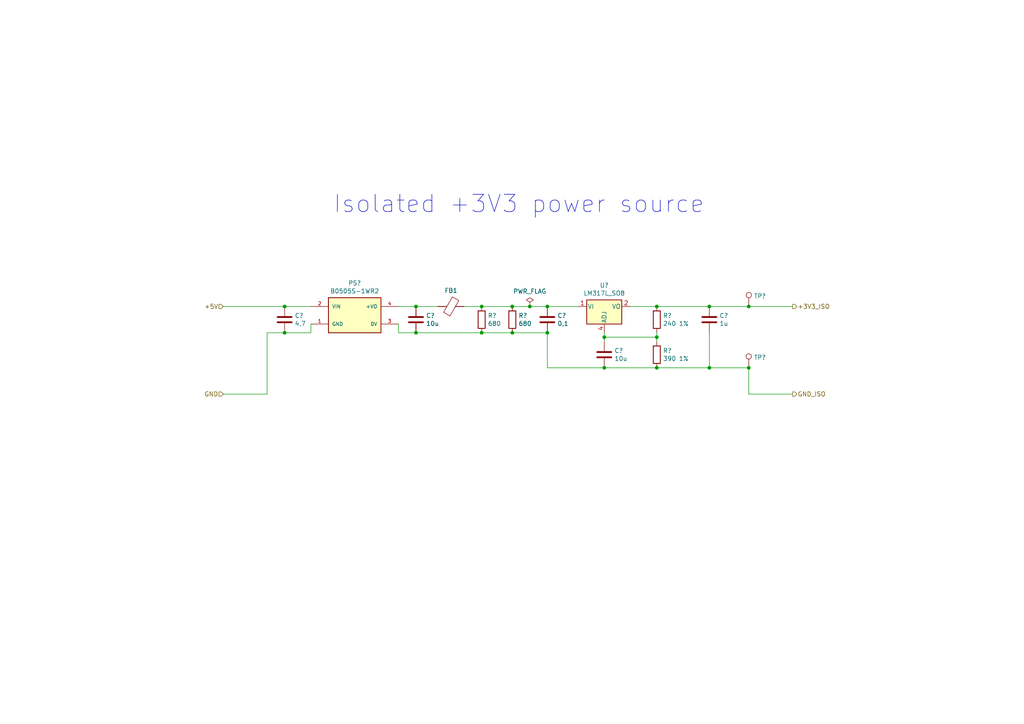
<source format=kicad_sch>
(kicad_sch (version 20250114) (generator "eeschema") (generator_version "9.0")
  (paper "A4")
  (title_block (title "Furnace controller") (date "2026-01-08") (rev "1.1") (company "Yuri Volkov"))
  (lib_symbols
    (symbol "Connector:TestPoint" (pin_numbers (hide yes)) (pin_names (offset 0.762) (hide yes))
      (property "Reference" "TP" (at 0 6.858 0))
      (property "Value" "TestPoint" (at 0 5.08 0))
      (symbol "TestPoint_0_1"
        (circle (center 0 3.302) (radius 0.762))
      )
      (symbol "TestPoint_1_1"
        (pin passive line (at 0 0 90) (length 2.54) (name "1") (number "1"))
      )
    )
    (symbol "Device:C" (pin_numbers (hide yes)) (pin_names (offset 0.254))
      (property "Reference" "C" (at 0.635 2.54 0))
      (property "Value" "C" (at 0.635 -2.54 0))
      (symbol "C_0_1"
        (polyline (pts (xy -2.032 0.762) (xy 2.032 0.762)) (stroke (width 0.508)))
        (polyline (pts (xy -2.032 -0.762) (xy 2.032 -0.762)) (stroke (width 0.508)))
      )
      (symbol "C_1_1"
        (pin passive line (at 0 3.81 270) (length 2.794) (name "~") (number "1"))
        (pin passive line (at 0 -3.81 90) (length 2.794) (name "~") (number "2"))
      )
    )
    (symbol "Device:Ferrite_Bead" (pin_numbers (hide yes)) (pin_names (offset 0))
      (property "Reference" "FB" (at -3.81 0.635 90))
      (property "Value" "Device_Ferrite_Bead" (at 3.81 0 90))
      (symbol "Ferrite_Bead_0_1"
        (polyline (pts (xy -2.7686 0.4064) (xy -1.7018 2.2606) (xy 2.7686 -0.3048) (xy 1.6764 -2.159) (xy -2.7686 0.4064)))
        (polyline (pts (xy 0 1.27) (xy 0 1.2954)))
        (polyline (pts (xy 0 -1.27) (xy 0 -1.2192)))
      )
      (symbol "Ferrite_Bead_1_1"
        (pin passive line (at 0 3.81 270) (length 2.54) (name "~") (number "1"))
        (pin passive line (at 0 -3.81 90) (length 2.54) (name "~") (number "2"))
      )
    )
    (symbol "Device:R" (pin_numbers (hide yes)) (pin_names (offset 0))
      (property "Reference" "R" (at 2.032 0 90))
      (property "Value" "R" (at 0 0 90))
      (symbol "R_0_1"
        (rectangle (start -1.016 -2.54) (end 1.016 2.54) (stroke (width 0.254)))
      )
      (symbol "R_1_1"
        (pin passive line (at 0 3.81 270) (length 1.27) (name "~") (number "1"))
        (pin passive line (at 0 -3.81 90) (length 1.27) (name "~") (number "2"))
      )
    )
    (symbol "furnace_controller-rescue:B0505S-1WR2-B0505S-1WR2" (pin_names (offset 1.016))
      (property "Reference" "PS" (at -7.62 7.62 0))
      (property "Value" "B0505S-1WR2-B0505S-1WR2" (at -7.62 -7.62 0))
      (symbol "B0505S-1WR2-B0505S-1WR2_0_0"
        (rectangle (start -7.62 -5.08) (end 7.62 5.08) (stroke (width 0.254)) (fill (type background)))
        (pin power_in line (at -12.7 2.54 0) (length 5.08) (name "VIN") (number "2"))
        (pin power_in line (at -12.7 -2.54 0) (length 5.08) (name "GND") (number "1"))
        (pin power_out line (at 12.7 2.54 180) (length 5.08) (name "+VO") (number "4"))
        (pin power_out line (at 12.7 -2.54 180) (length 5.08) (name "0V") (number "3"))
      )
    )
    (symbol "furnace_controller-rescue:LM317L_SO8-Regulator_Linear" (pin_names (offset 0.254))
      (property "Reference" "U" (at -3.81 3.175 0))
      (property "Value" "LM317L_SO8-Regulator_Linear" (at 0 3.175 0))
      (symbol "LM317L_SO8-Regulator_Linear_0_1"
        (rectangle (start -5.08 1.905) (end 5.08 -5.08) (stroke (width 0.254)) (fill (type background)))
      )
      (symbol "LM317L_SO8-Regulator_Linear_1_1"
        (pin power_in line (at -7.62 0 0) (length 2.54) (name "VI") (number "1"))
        (pin no_connect line (at -5.08 -2.54 0) (length 2.54) (hide yes) (name "NC") (number "5"))
        (pin input line (at 0 -7.62 90) (length 2.54) (name "ADJ") (number "4"))
        (pin no_connect line (at 5.08 -2.54 180) (length 2.54) (hide yes) (name "NC") (number "8"))
        (pin power_out line (at 7.62 0 180) (length 2.54) (name "VO") (number "2"))
        (pin passive line (at 7.62 0 180) (length 2.54) (hide yes) (name "VO") (number "3"))
        (pin passive line (at 7.62 0 180) (length 2.54) (hide yes) (name "VO") (number "6"))
        (pin passive line (at 7.62 0 180) (length 2.54) (hide yes) (name "VO") (number "7"))
      )
    )
    (symbol "power:PWR_FLAG" (power) (pin_numbers (hide yes)) (pin_names (offset 0) (hide yes))
      (property "Value" "PWR_FLAG" (at 0 3.81 0))
      (symbol "PWR_FLAG_0_0"
        (pin power_out line (at 0 0 90) (length 0) (name "~") (number "1"))
      )
      (symbol "PWR_FLAG_0_1"
        (polyline (pts (xy 0 0) (xy 0 1.27) (xy -1.016 1.905) (xy 0 2.54) (xy 1.016 1.905) (xy 0 1.27)))
      )
    )
  )
  (text "Isolated +3V3 power source" (at 204.47 62.23 0) (effects (font (size 5.0038 5.0038)) (justify right bottom)))
  (junction (at 120.65 88.9))
  (junction (at 120.65 96.52))
  (junction (at 158.75 88.9))
  (junction (at 139.7 88.9))
  (junction (at 148.59 88.9))
  (junction (at 217.17 88.9))
  (junction (at 217.17 106.68))
  (junction (at 158.75 96.52))
  (junction (at 148.59 96.52))
  (junction (at 190.5 106.68))
  (junction (at 82.55 88.9))
  (junction (at 205.74 88.9))
  (junction (at 175.26 106.68))
  (junction (at 205.74 106.68))
  (junction (at 190.5 88.9))
  (junction (at 139.7 96.52))
  (junction (at 175.26 97.79))
  (junction (at 153.67 88.9))
  (junction (at 82.55 96.52))
  (junction (at 190.5 97.79))
  (wire (pts (xy 153.67 88.9) (xy 158.75 88.9)))
  (wire (pts (xy 205.74 88.9) (xy 217.17 88.9)))
  (wire (pts (xy 77.47 114.3) (xy 77.47 96.52)))
  (wire (pts (xy 77.47 96.52) (xy 82.55 96.52)))
  (wire (pts (xy 175.26 97.79) (xy 190.5 97.79)))
  (wire (pts (xy 190.5 97.79) (xy 190.5 99.06)))
  (wire (pts (xy 158.75 96.52) (xy 158.75 106.68)))
  (wire (pts (xy 217.17 114.3) (xy 217.17 106.68)))
  (wire (pts (xy 134.62 88.9) (xy 139.7 88.9)))
  (wire (pts (xy 190.5 88.9) (xy 205.74 88.9)))
  (wire (pts (xy 217.17 88.9) (xy 229.87 88.9)))
  (wire (pts (xy 127 88.9) (xy 120.65 88.9)))
  (wire (pts (xy 139.7 88.9) (xy 148.59 88.9)))
  (wire (pts (xy 158.75 106.68) (xy 175.26 106.68)))
  (wire (pts (xy 217.17 114.3) (xy 229.87 114.3)))
  (wire (pts (xy 175.26 96.52) (xy 175.26 97.79)))
  (wire (pts (xy 120.65 96.52) (xy 139.7 96.52)))
  (wire (pts (xy 158.75 88.9) (xy 167.64 88.9)))
  (wire (pts (xy 120.65 88.9) (xy 115.57 88.9)))
  (wire (pts (xy 175.26 97.79) (xy 175.26 99.06)))
  (wire (pts (xy 82.55 96.52) (xy 90.17 96.52)))
  (wire (pts (xy 90.17 88.9) (xy 82.55 88.9)))
  (wire (pts (xy 139.7 96.52) (xy 148.59 96.52)))
  (wire (pts (xy 148.59 96.52) (xy 158.75 96.52)))
  (wire (pts (xy 182.88 88.9) (xy 190.5 88.9)))
  (wire (pts (xy 205.74 106.68) (xy 190.5 106.68)))
  (wire (pts (xy 90.17 96.52) (xy 90.17 93.98)))
  (wire (pts (xy 148.59 88.9) (xy 153.67 88.9)))
  (wire (pts (xy 205.74 96.52) (xy 205.74 106.68)))
  (wire (pts (xy 190.5 96.52) (xy 190.5 97.79)))
  (wire (pts (xy 115.57 96.52) (xy 115.57 93.98)))
  (wire (pts (xy 217.17 106.68) (xy 205.74 106.68)))
  (wire (pts (xy 64.77 114.3) (xy 77.47 114.3)))
  (wire (pts (xy 64.77 88.9) (xy 82.55 88.9)))
  (wire (pts (xy 115.57 96.52) (xy 120.65 96.52)))
  (wire (pts (xy 175.26 106.68) (xy 190.5 106.68)))
  (hierarchical_label "GND_ISO" (shape output) (at 229.87 114.3 0))
  (hierarchical_label "+3V3_ISO" (shape output) (at 229.87 88.9 0))
  (hierarchical_label "+5V" (shape input) (at 64.77 88.9 180))
  (hierarchical_label "GND" (shape input) (at 64.77 114.3 180))
  (symbol (lib_id "furnace_controller-rescue:B0505S-1WR2-B0505S-1WR2") (at 102.87 91.44 0) (unit 1)
    (property "Reference" "PS1" (at 102.87 82.1182 0))
    (property "Value" "B0505S-1WR2" (at 102.87 84.4296 0))
    (property "Footprint" "furnace_controller:B_S-1WR3" (effects (hide yes)))
    (property "STANDARD" "Manufacturer Recommendations" (effects (hide yes)))
    (property "PARTREV" "2018.12.05-B/2" (effects (hide yes)))
    (property "MANUFACTURER" "Mornsun" (effects (hide yes)))
    (property "MAXIMUM_PACKAGE_HEIGHT" "10.41mm" (effects (hide yes)))
    (instances (project "" (path "" (reference "PS?") (unit 1)) (path "" (reference "PS?") (unit 1)) (path "" (reference "PS1") (unit 1))))
  )
  (symbol (lib_id "Device:C") (at 158.75 92.71 0) (unit 1)
    (property "Reference" "C19" (at 161.671 91.5416 0) (effects (justify left)))
    (property "Value" "0,1" (at 161.671 93.853 0) (effects (justify left)))
    (property "Footprint" "Capacitor_SMD:C_0603_1608Metric_Pad1.08x0.95mm_HandSolder" (effects (hide yes)))
    (instances (project "" (path "" (reference "C?") (unit 1)) (path "" (reference "C?") (unit 1)) (path "" (reference "C19") (unit 1))))
  )
  (symbol (lib_id "Device:C") (at 82.55 92.71 0) (unit 1)
    (property "Reference" "C17" (at 85.471 91.5416 0) (effects (justify left)))
    (property "Value" "4,7" (at 85.471 93.853 0) (effects (justify left)))
    (property "Footprint" "Capacitor_SMD:C_1206_3216Metric_Pad1.33x1.80mm_HandSolder" (effects (hide yes)))
    (instances (project "" (path "" (reference "C?") (unit 1)) (path "" (reference "C?") (unit 1)) (path "" (reference "C17") (unit 1))))
  )
  (symbol (lib_id "Device:C") (at 120.65 92.71 0) (unit 1)
    (property "Reference" "C18" (at 123.571 91.5416 0) (effects (justify left)))
    (property "Value" "10u" (at 123.571 93.853 0) (effects (justify left)))
    (property "Footprint" "Capacitor_SMD:C_1206_3216Metric_Pad1.33x1.80mm_HandSolder" (effects (hide yes)))
    (instances (project "" (path "" (reference "C?") (unit 1)) (path "" (reference "C?") (unit 1)) (path "" (reference "C18") (unit 1))))
  )
  (symbol (lib_id "Device:R") (at 139.7 92.71 0) (unit 1)
    (property "Reference" "R38" (at 141.478 91.5416 0) (effects (justify left)))
    (property "Value" "680" (at 141.478 93.853 0) (effects (justify left)))
    (property "Footprint" "Resistor_SMD:R_0603_1608Metric_Pad0.98x0.95mm_HandSolder" (effects (hide yes)))
    (instances (project "" (path "" (reference "R?") (unit 1)) (path "" (reference "R?") (unit 1)) (path "" (reference "R38") (unit 1))))
  )
  (symbol (lib_id "Device:R") (at 148.59 92.71 0) (unit 1)
    (property "Reference" "R39" (at 150.368 91.5416 0) (effects (justify left)))
    (property "Value" "680" (at 150.368 93.853 0) (effects (justify left)))
    (property "Footprint" "Resistor_SMD:R_0603_1608Metric_Pad0.98x0.95mm_HandSolder" (effects (hide yes)))
    (instances (project "" (path "" (reference "R?") (unit 1)) (path "" (reference "R?") (unit 1)) (path "" (reference "R39") (unit 1))))
  )
  (symbol (lib_id "Device:C") (at 205.74 92.71 0) (unit 1)
    (property "Reference" "C21" (at 208.661 91.5416 0) (effects (justify left)))
    (property "Value" "1u" (at 208.661 93.853 0) (effects (justify left)))
    (property "Footprint" "Capacitor_SMD:C_0603_1608Metric_Pad1.08x0.95mm_HandSolder" (effects (hide yes)))
    (instances (project "" (path "" (reference "C?") (unit 1)) (path "" (reference "C?") (unit 1)) (path "" (reference "C21") (unit 1))))
  )
  (symbol (lib_id "Device:C") (at 175.26 102.87 0) (unit 1)
    (property "Reference" "C20" (at 178.181 101.7016 0) (effects (justify left)))
    (property "Value" "10u" (at 178.181 104.013 0) (effects (justify left)))
    (property "Footprint" "Capacitor_SMD:C_1206_3216Metric_Pad1.33x1.80mm_HandSolder" (effects (hide yes)))
    (instances (project "" (path "" (reference "C?") (unit 1)) (path "" (reference "C?") (unit 1)) (path "" (reference "C20") (unit 1))))
  )
  (symbol (lib_id "Device:R") (at 190.5 92.71 0) (unit 1)
    (property "Reference" "R40" (at 192.278 91.5416 0) (effects (justify left)))
    (property "Value" "240 1%" (at 192.278 93.853 0) (effects (justify left)))
    (property "Footprint" "Resistor_SMD:R_0603_1608Metric_Pad0.98x0.95mm_HandSolder" (effects (hide yes)))
    (instances (project "" (path "" (reference "R?") (unit 1)) (path "" (reference "R?") (unit 1)) (path "" (reference "R40") (unit 1))))
  )
  (symbol (lib_id "Device:R") (at 190.5 102.87 0) (unit 1)
    (property "Reference" "R41" (at 192.278 101.7016 0) (effects (justify left)))
    (property "Value" "390 1%" (at 192.278 104.013 0) (effects (justify left)))
    (property "Footprint" "Resistor_SMD:R_0603_1608Metric_Pad0.98x0.95mm_HandSolder" (effects (hide yes)))
    (instances (project "" (path "" (reference "R?") (unit 1)) (path "" (reference "R?") (unit 1)) (path "" (reference "R41") (unit 1))))
  )
  (symbol (lib_id "furnace_controller-rescue:LM317L_SO8-Regulator_Linear") (at 175.26 88.9 0) (unit 1)
    (property "Reference" "U4" (at 175.26 82.7532 0))
    (property "Value" "LM317L_SO8" (at 175.26 85.0646 0))
    (property "Footprint" "Package_SO:SOIC-8_3.9x4.9mm_P1.27mm" (effects (hide yes)))
    (property "Datasheet" "http://www.ti.com/lit/ds/snvs775k/snvs775k.pdf" (effects (hide yes)))
    (instances (project "" (path "" (reference "U?") (unit 1)) (path "" (reference "U4") (unit 1))))
  )
  (symbol (lib_id "Connector:TestPoint") (at 217.17 106.68 0) (unit 1)
    (property "Reference" "TP6" (at 218.6432 103.6828 0) (effects (justify left)))
    (property "Value" "TestPoint" (effects (hide yes)))
    (property "Footprint" "furnace_controller:TP" (effects (hide yes)))
    (instances (project "" (path "" (reference "TP?") (unit 1)) (path "" (reference "TP6") (unit 1))))
  )
  (symbol (lib_id "Connector:TestPoint") (at 217.17 88.9 0) (unit 1)
    (property "Reference" "TP5" (at 218.6432 85.9028 0) (effects (justify left)))
    (property "Value" "TestPoint" (effects (hide yes)))
    (property "Footprint" "furnace_controller:TP" (effects (hide yes)))
    (instances (project "" (path "" (reference "TP?") (unit 1)) (path "" (reference "TP5") (unit 1))))
  )
  (symbol (lib_id "Device:Ferrite_Bead") (at 130.81 88.9 270) (unit 1)
    (property "Reference" "FB1" (at 130.81 84.2772 90))
    (property "Value" "Ferrite_Bead" (effects (hide yes)))
    (property "Footprint" "Inductor_SMD:L_0805_2012Metric_Pad1.05x1.20mm_HandSolder" (effects (hide yes)))
  )
  (symbol (lib_id "power:PWR_FLAG") (at 153.67 88.9 0) (unit 1)
    (property "Reference" "#FLG0101" (effects (hide yes)))
    (property "Value" "PWR_FLAG" (at 153.67 84.5058 0))
  )
)
</source>
